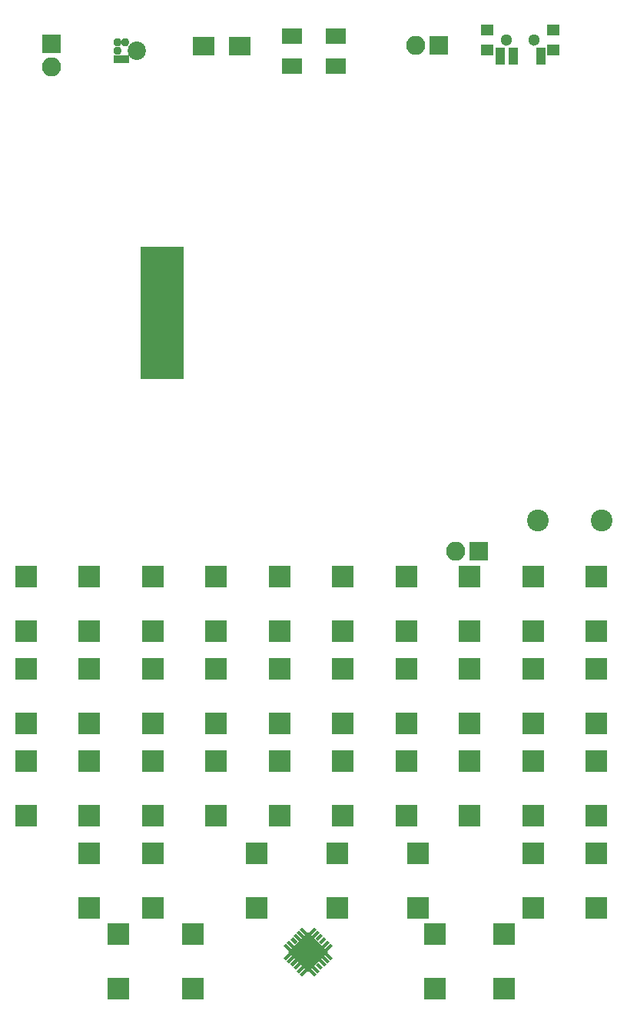
<source format=gbr>
G04 #@! TF.FileFunction,Soldermask,Top*
%FSLAX46Y46*%
G04 Gerber Fmt 4.6, Leading zero omitted, Abs format (unit mm)*
G04 Created by KiCad (PCBNEW 4.0.4-stable) date 12/16/18 15:37:44*
%MOMM*%
%LPD*%
G01*
G04 APERTURE LIST*
%ADD10C,0.100000*%
%ADD11R,4.800000X1.000000*%
%ADD12R,2.200000X1.800000*%
%ADD13R,2.400000X2.400000*%
%ADD14C,1.300000*%
%ADD15R,1.100000X1.900000*%
%ADD16R,1.400000X1.200000*%
%ADD17R,2.100000X2.100000*%
%ADD18O,2.100000X2.100000*%
%ADD19R,2.400000X2.100000*%
%ADD20R,0.859740X0.938480*%
%ADD21C,2.023060*%
%ADD22C,0.938480*%
%ADD23C,2.400000*%
G04 APERTURE END LIST*
D10*
D11*
X86126000Y-91136000D03*
X86126000Y-91936000D03*
X86126000Y-92736000D03*
X86126000Y-93536000D03*
X86126000Y-94336000D03*
X86126000Y-95136000D03*
X86126000Y-95936000D03*
X86126000Y-96736000D03*
X86126000Y-97536000D03*
X86126000Y-98336000D03*
X86126000Y-99136000D03*
X86126000Y-99936000D03*
X86126000Y-100736000D03*
X86126000Y-101536000D03*
X86126000Y-102336000D03*
X86126000Y-103136000D03*
X86126000Y-103936000D03*
X86126000Y-104736000D03*
D12*
X100470000Y-67438000D03*
X100470000Y-70738000D03*
X105270000Y-70738000D03*
X105270000Y-67438000D03*
D13*
X85090000Y-157465000D03*
X85090000Y-163465000D03*
X71120000Y-126985000D03*
X71120000Y-132985000D03*
X71120000Y-147305000D03*
X71120000Y-153305000D03*
X106045000Y-147305000D03*
X106045000Y-153305000D03*
X133985000Y-137145000D03*
X133985000Y-143145000D03*
X92075000Y-147305000D03*
X92075000Y-153305000D03*
X85090000Y-137145000D03*
X85090000Y-143145000D03*
X123825000Y-166355000D03*
X123825000Y-172355000D03*
X85090000Y-126985000D03*
X85090000Y-132985000D03*
X127000000Y-147305000D03*
X127000000Y-153305000D03*
X92075000Y-137145000D03*
X92075000Y-143145000D03*
X99060000Y-137145000D03*
X99060000Y-143145000D03*
X106045000Y-137145000D03*
X106045000Y-143145000D03*
X120015000Y-126985000D03*
X120015000Y-132985000D03*
D10*
G36*
X101301619Y-165835482D02*
X101563249Y-165573852D01*
X102143077Y-166153680D01*
X101881447Y-166415310D01*
X101301619Y-165835482D01*
X101301619Y-165835482D01*
G37*
G36*
X104094690Y-167921447D02*
X104674518Y-167341619D01*
X104936148Y-167603249D01*
X104356320Y-168183077D01*
X104094690Y-167921447D01*
X104094690Y-167921447D01*
G37*
G36*
X102326923Y-170396320D02*
X102588553Y-170134690D01*
X103168381Y-170714518D01*
X102906751Y-170976148D01*
X102326923Y-170396320D01*
X102326923Y-170396320D01*
G37*
G36*
X99533852Y-168946751D02*
X100113680Y-168366923D01*
X100375310Y-168628553D01*
X99795482Y-169208381D01*
X99533852Y-168946751D01*
X99533852Y-168946751D01*
G37*
G36*
X99887405Y-169300305D02*
X100467233Y-168720477D01*
X100728863Y-168982107D01*
X100149035Y-169561935D01*
X99887405Y-169300305D01*
X99887405Y-169300305D01*
G37*
G36*
X100240958Y-169653858D02*
X100820786Y-169074030D01*
X101082416Y-169335660D01*
X100502588Y-169915488D01*
X100240958Y-169653858D01*
X100240958Y-169653858D01*
G37*
G36*
X100594512Y-170007412D02*
X101174340Y-169427584D01*
X101435970Y-169689214D01*
X100856142Y-170269042D01*
X100594512Y-170007412D01*
X100594512Y-170007412D01*
G37*
G36*
X100948065Y-170360965D02*
X101527893Y-169781137D01*
X101789523Y-170042767D01*
X101209695Y-170622595D01*
X100948065Y-170360965D01*
X100948065Y-170360965D01*
G37*
G36*
X101301619Y-170714518D02*
X101881447Y-170134690D01*
X102143077Y-170396320D01*
X101563249Y-170976148D01*
X101301619Y-170714518D01*
X101301619Y-170714518D01*
G37*
G36*
X102680477Y-170042767D02*
X102942107Y-169781137D01*
X103521935Y-170360965D01*
X103260305Y-170622595D01*
X102680477Y-170042767D01*
X102680477Y-170042767D01*
G37*
G36*
X103034030Y-169689214D02*
X103295660Y-169427584D01*
X103875488Y-170007412D01*
X103613858Y-170269042D01*
X103034030Y-169689214D01*
X103034030Y-169689214D01*
G37*
G36*
X103387584Y-169335660D02*
X103649214Y-169074030D01*
X104229042Y-169653858D01*
X103967412Y-169915488D01*
X103387584Y-169335660D01*
X103387584Y-169335660D01*
G37*
G36*
X103741137Y-168982107D02*
X104002767Y-168720477D01*
X104582595Y-169300305D01*
X104320965Y-169561935D01*
X103741137Y-168982107D01*
X103741137Y-168982107D01*
G37*
G36*
X104094690Y-168628553D02*
X104356320Y-168366923D01*
X104936148Y-168946751D01*
X104674518Y-169208381D01*
X104094690Y-168628553D01*
X104094690Y-168628553D01*
G37*
G36*
X103741137Y-167567893D02*
X104320965Y-166988065D01*
X104582595Y-167249695D01*
X104002767Y-167829523D01*
X103741137Y-167567893D01*
X103741137Y-167567893D01*
G37*
G36*
X103387584Y-167214340D02*
X103967412Y-166634512D01*
X104229042Y-166896142D01*
X103649214Y-167475970D01*
X103387584Y-167214340D01*
X103387584Y-167214340D01*
G37*
G36*
X103034030Y-166860786D02*
X103613858Y-166280958D01*
X103875488Y-166542588D01*
X103295660Y-167122416D01*
X103034030Y-166860786D01*
X103034030Y-166860786D01*
G37*
G36*
X102680477Y-166507233D02*
X103260305Y-165927405D01*
X103521935Y-166189035D01*
X102942107Y-166768863D01*
X102680477Y-166507233D01*
X102680477Y-166507233D01*
G37*
G36*
X102326923Y-166153680D02*
X102906751Y-165573852D01*
X103168381Y-165835482D01*
X102588553Y-166415310D01*
X102326923Y-166153680D01*
X102326923Y-166153680D01*
G37*
G36*
X100948065Y-166189035D02*
X101209695Y-165927405D01*
X101789523Y-166507233D01*
X101527893Y-166768863D01*
X100948065Y-166189035D01*
X100948065Y-166189035D01*
G37*
G36*
X100594512Y-166542588D02*
X100856142Y-166280958D01*
X101435970Y-166860786D01*
X101174340Y-167122416D01*
X100594512Y-166542588D01*
X100594512Y-166542588D01*
G37*
G36*
X100240958Y-166896142D02*
X100502588Y-166634512D01*
X101082416Y-167214340D01*
X100820786Y-167475970D01*
X100240958Y-166896142D01*
X100240958Y-166896142D01*
G37*
G36*
X99887405Y-167249695D02*
X100149035Y-166988065D01*
X100728863Y-167567893D01*
X100467233Y-167829523D01*
X99887405Y-167249695D01*
X99887405Y-167249695D01*
G37*
G36*
X99533852Y-167603249D02*
X99795482Y-167341619D01*
X100375310Y-167921447D01*
X100113680Y-168183077D01*
X99533852Y-167603249D01*
X99533852Y-167603249D01*
G37*
G36*
X100007614Y-168275000D02*
X102235000Y-166047614D01*
X104462386Y-168275000D01*
X102235000Y-170502386D01*
X100007614Y-168275000D01*
X100007614Y-168275000D01*
G37*
D13*
X113030000Y-137145000D03*
X113030000Y-143145000D03*
X120015000Y-137145000D03*
X120015000Y-143145000D03*
X127000000Y-137145000D03*
X127000000Y-143145000D03*
X81280000Y-166355000D03*
X81280000Y-172355000D03*
X120015000Y-147305000D03*
X120015000Y-153305000D03*
X113030000Y-147305000D03*
X113030000Y-153305000D03*
X127000000Y-126985000D03*
X127000000Y-132985000D03*
X133985000Y-126985000D03*
X133985000Y-132985000D03*
X71120000Y-137145000D03*
X71120000Y-143145000D03*
X92075000Y-126985000D03*
X92075000Y-132985000D03*
X133985000Y-147305000D03*
X133985000Y-153305000D03*
X89535000Y-166355000D03*
X89535000Y-172355000D03*
X78105000Y-137145000D03*
X78105000Y-143145000D03*
X78105000Y-157465000D03*
X78105000Y-163465000D03*
X133985000Y-157465000D03*
X133985000Y-163465000D03*
X96520000Y-157465000D03*
X96520000Y-163465000D03*
X105410000Y-157465000D03*
X105410000Y-163465000D03*
X114300000Y-157465000D03*
X114300000Y-163465000D03*
X127000000Y-157465000D03*
X127000000Y-163465000D03*
X99060000Y-126985000D03*
X99060000Y-132985000D03*
X113030000Y-126985000D03*
X113030000Y-132985000D03*
X116205000Y-166355000D03*
X116205000Y-172355000D03*
X99060000Y-147305000D03*
X99060000Y-153305000D03*
X78105000Y-147305000D03*
X78105000Y-153305000D03*
X85090000Y-147305000D03*
X85090000Y-153305000D03*
X106045000Y-126985000D03*
X106045000Y-132985000D03*
X78105000Y-126985000D03*
X78105000Y-132985000D03*
D14*
X127103000Y-67869000D03*
X124103000Y-67869000D03*
D15*
X127853000Y-69629000D03*
X124853000Y-69629000D03*
X123353000Y-69629000D03*
D16*
X129253000Y-66769000D03*
X121953000Y-66769000D03*
X121953000Y-68979000D03*
X129253000Y-68979000D03*
D17*
X116586000Y-68453000D03*
D18*
X114046000Y-68453000D03*
D19*
X94710000Y-68580000D03*
X90710000Y-68580000D03*
D20*
X81206340Y-70015100D03*
X82092800Y-70017640D03*
D21*
X83312000Y-69088000D03*
D22*
X82092800Y-68158360D03*
X81208880Y-68158360D03*
X81211420Y-69088000D03*
D21*
X83312000Y-69088000D03*
D17*
X73914000Y-68326000D03*
D18*
X73914000Y-70866000D03*
D23*
X127549000Y-120777000D03*
X134549000Y-120777000D03*
D17*
X121031000Y-124206000D03*
D18*
X118491000Y-124206000D03*
M02*

</source>
